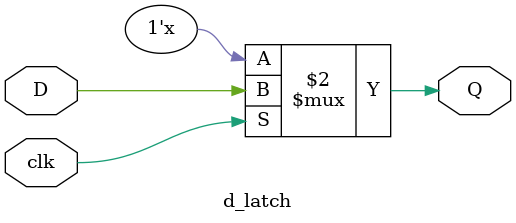
<source format=v>
module d_latch(input D,clk,output reg Q);
  always @(clk or D)
begin
  if (clk)
    Q<=D;
end
endmodule

</source>
